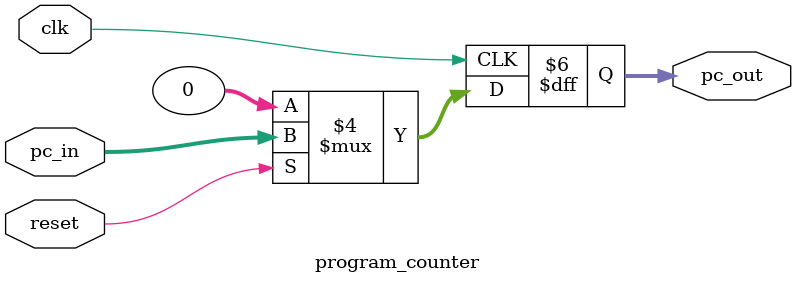
<source format=v>
module program_counter (clk, reset, pc_in, pc_out);
  input clk,reset;
  input [31:0] pc_in;
  output reg [31:0] pc_out;
  
  always @ (posedge clk)
  begin
    if (reset == 1'b0)
      pc_out <= 32'h00000000;
    else
      pc_out <= pc_in;
    end
  endmodule
  
  
 
</source>
